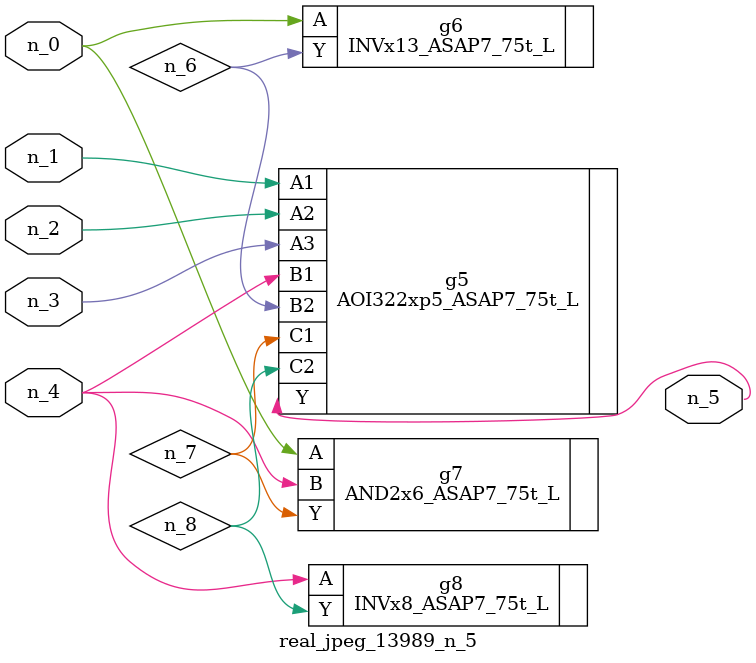
<source format=v>
module real_jpeg_13989_n_5 (n_4, n_0, n_1, n_2, n_3, n_5);

input n_4;
input n_0;
input n_1;
input n_2;
input n_3;

output n_5;

wire n_8;
wire n_6;
wire n_7;

INVx13_ASAP7_75t_L g6 ( 
.A(n_0),
.Y(n_6)
);

AND2x6_ASAP7_75t_L g7 ( 
.A(n_0),
.B(n_4),
.Y(n_7)
);

AOI322xp5_ASAP7_75t_L g5 ( 
.A1(n_1),
.A2(n_2),
.A3(n_3),
.B1(n_4),
.B2(n_6),
.C1(n_7),
.C2(n_8),
.Y(n_5)
);

INVx8_ASAP7_75t_L g8 ( 
.A(n_4),
.Y(n_8)
);


endmodule
</source>
